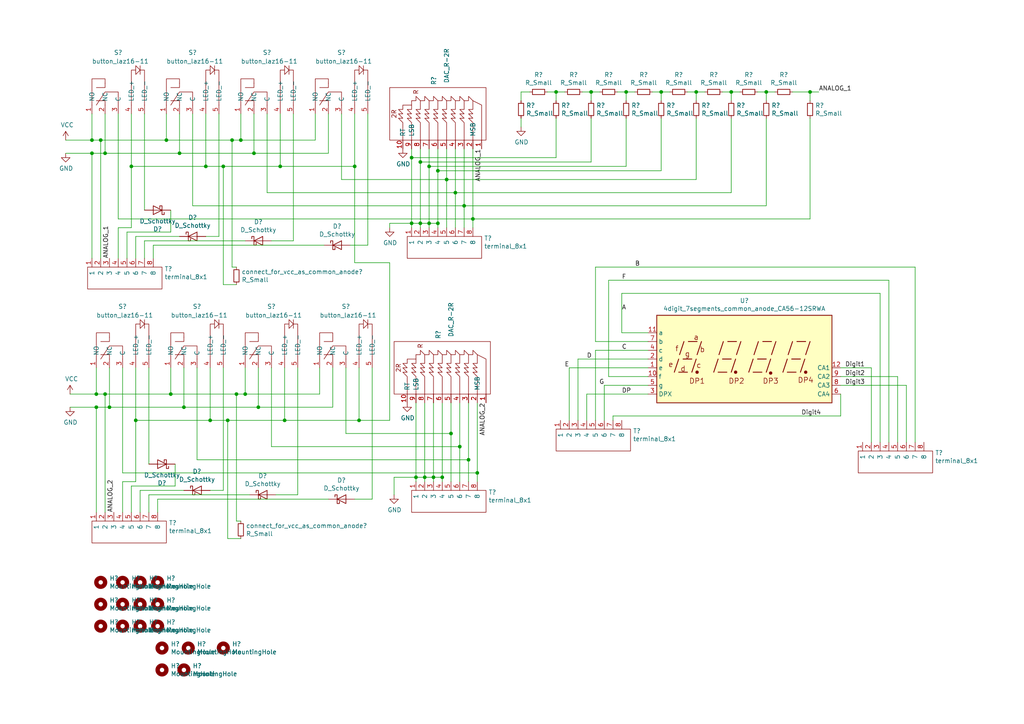
<source format=kicad_sch>
(kicad_sch (version 20211123) (generator eeschema)
  (paper "A4")
  (lib_symbols
    (symbol "Luciebox_components:4digit_7segments_common_anode_CA56-12SRWA"
      (property "Reference" "U" (at -24.13 13.97 0))
      (property "Value" "4digit_7segments_common_anode_CA56-12SRWA" (at 17.78 13.97 0))
      (symbol "4digit_7segments_common_anode_CA56-12SRWA_0_0"
        (rectangle (start -25.4 12.7) (end 25.4 -12.7) (stroke (width 0.254)) (fill (type background)))
        (polyline (pts (xy -20.32 -3.81) (xy -19.05 0)) (stroke (width 0.254)))
        (polyline (pts (xy -19.05 -3.81) (xy -16.51 -3.81)) (stroke (width 0.254)))
        (polyline (pts (xy -18.796 1.27) (xy -17.526 5.08)) (stroke (width 0.254)))
        (polyline (pts (xy -17.78 0) (xy -15.24 0)) (stroke (width 0.254)))
        (polyline (pts (xy -16.256 5.08) (xy -13.716 5.08)) (stroke (width 0.254)))
        (polyline (pts (xy -15.24 -3.81) (xy -13.97 0)) (stroke (width 0.254)))
        (polyline (pts (xy -13.716 1.27) (xy -12.446 5.08)) (stroke (width 0.254)))
        (polyline (pts (xy -8.89 -3.81) (xy -7.62 0)) (stroke (width 0.254)))
        (polyline (pts (xy -7.62 -3.81) (xy -5.08 -3.81)) (stroke (width 0.254)))
        (polyline (pts (xy -7.366 1.27) (xy -6.096 5.08)) (stroke (width 0.254)))
        (polyline (pts (xy -6.35 0) (xy -3.81 0)) (stroke (width 0.254)))
        (polyline (pts (xy -4.826 5.08) (xy -2.286 5.08)) (stroke (width 0.254)))
        (polyline (pts (xy -3.81 -3.81) (xy -2.54 0)) (stroke (width 0.254)))
        (polyline (pts (xy -2.286 1.27) (xy -1.016 5.08)) (stroke (width 0.254)))
        (polyline (pts (xy 1.27 -3.81) (xy 2.54 0)) (stroke (width 0.254)))
        (polyline (pts (xy 2.54 -3.81) (xy 5.08 -3.81)) (stroke (width 0.254)))
        (polyline (pts (xy 2.794 1.27) (xy 4.064 5.08)) (stroke (width 0.254)))
        (polyline (pts (xy 3.81 0) (xy 6.35 0)) (stroke (width 0.254)))
        (polyline (pts (xy 5.334 5.08) (xy 7.874 5.08)) (stroke (width 0.254)))
        (polyline (pts (xy 6.35 -3.81) (xy 7.62 0)) (stroke (width 0.254)))
        (polyline (pts (xy 7.874 1.27) (xy 9.144 5.08)) (stroke (width 0.254)))
        (polyline (pts (xy 11.176 -3.81) (xy 12.446 0)) (stroke (width 0.254)))
        (polyline (pts (xy 12.446 -3.81) (xy 14.986 -3.81)) (stroke (width 0.254)))
        (polyline (pts (xy 12.7 1.27) (xy 13.97 5.08)) (stroke (width 0.254)))
        (polyline (pts (xy 13.716 0) (xy 16.256 0)) (stroke (width 0.254)))
        (polyline (pts (xy 15.24 5.08) (xy 17.78 5.08)) (stroke (width 0.254)))
        (polyline (pts (xy 16.256 -3.81) (xy 17.526 0)) (stroke (width 0.254)))
        (polyline (pts (xy 17.78 1.27) (xy 19.05 5.08)) (stroke (width 0.254)))
        (text "a" (at -13.97 6.35 0) (effects (font (size 1.524 1.524))))
        (text "b" (at -12.192 2.794 0) (effects (font (size 1.524 1.524))))
        (text "c" (at -13.208 -1.778 0) (effects (font (size 1.524 1.524))))
        (text "d" (at -17.78 -2.794 0) (effects (font (size 1.524 1.524))))
        (text "DP1" (at -13.716 -6.35 0) (effects (font (size 1.524 1.524))))
        (text "DP2" (at -2.286 -6.35 0) (effects (font (size 1.524 1.524))))
        (text "DP3" (at 7.62 -6.35 0) (effects (font (size 1.524 1.524))))
        (text "DP4" (at 17.78 -6.096 0) (effects (font (size 1.524 1.524))))
        (text "e" (at -21.336 -1.524 0) (effects (font (size 1.524 1.524))))
        (text "f" (at -19.558 3.048 0) (effects (font (size 1.524 1.524))))
        (text "g" (at -16.51 1.524 0) (effects (font (size 1.524 1.524))))
      )
      (symbol "4digit_7segments_common_anode_CA56-12SRWA_0_1"
        (circle (center -13.716 -3.81) (radius 0.3556) (stroke (width 0.254)) (fill (type outline)))
        (circle (center -2.54 -3.81) (radius 0.3556) (stroke (width 0.254)) (fill (type outline)))
      )
      (symbol "4digit_7segments_common_anode_CA56-12SRWA_1_0"
        (circle (center 7.62 -4.064) (radius 0.3556) (stroke (width 0.254)) (fill (type outline)))
        (circle (center 17.78 -3.81) (radius 0.3556) (stroke (width 0.254)) (fill (type outline)))
      )
      (symbol "4digit_7segments_common_anode_CA56-12SRWA_1_1"
        (pin input line (at -27.94 -2.54 0) (length 2.54) (name "e") (number "1"))
        (pin input line (at -27.94 -5.08 0) (length 2.54) (name "f") (number "10"))
        (pin input line (at -27.94 7.62 0) (length 2.54) (name "a") (number "11"))
        (pin input line (at 27.94 -2.54 180) (length 2.54) (name "CA1") (number "12"))
        (pin input line (at -27.94 0 0) (length 2.54) (name "d") (number "2"))
        (pin input line (at -27.94 -10.16 0) (length 2.54) (name "DPX") (number "3"))
        (pin input line (at -27.94 2.54 0) (length 2.54) (name "c") (number "4"))
        (pin input line (at -27.94 -7.62 0) (length 2.54) (name "g") (number "5"))
        (pin input line (at 27.94 -10.16 180) (length 2.54) (name "CA4") (number "6"))
        (pin input line (at -27.94 5.08 0) (length 2.54) (name "b") (number "7"))
        (pin input line (at 27.94 -7.62 180) (length 2.54) (name "CA3") (number "8"))
        (pin input line (at 27.94 -5.08 180) (length 2.54) (name "CA2") (number "9"))
      )
    )
    (symbol "Luciebox_components:DAC_R-2R" (pin_names (offset 1.016))
      (property "Reference" "R" (at 0 -5.08 0))
      (property "Value" "DAC_R-2R" (at 0 -2.54 0))
      (symbol "DAC_R-2R_0_0"
        (polyline (pts (xy 13.97 20.32) (xy 12.7 20.32)))
        (polyline (pts (xy 13.97 2.54) (xy 12.7 0) (xy 2.54 0)))
        (polyline (pts (xy 13.97 17.78) (xy 15.24 19.05) (xy 13.97 19.05) (xy 13.97 20.32)))
        (polyline (pts (xy 2.54 17.78) (xy 7.62 17.78) (xy 8.89 19.05) (xy 8.89 17.78) (xy 10.16 19.05) (xy 10.16 17.78) (xy 11.43 19.05) (xy 11.43 17.78) (xy 13.97 17.78)))
        (polyline (pts (xy 2.54 22.86) (xy 7.62 22.86) (xy 8.89 24.13) (xy 8.89 22.86) (xy 10.16 24.13) (xy 10.16 22.86) (xy 11.43 24.13) (xy 11.43 22.86) (xy 12.7 22.86) (xy 12.7 20.32) (xy 11.43 20.32) (xy 11.43 21.59) (xy 10.16 20.32) (xy 10.16 21.59) (xy 8.89 20.32) (xy 8.89 21.59) (xy 7.62 20.32) (xy 2.54 20.32)))
        (rectangle (start 2.54 26.67) (end 17.78 -1.27))
        (text "2R" (at 10.16 25.4 0) (effects (font (size 1.27 1.27))))
        (text "R" (at 16.51 19.05 0) (effects (font (size 1.27 1.27))))
        (pin output line (at 0 0 0) (length 2.54) (name "~") (number "1"))
        (pin input line (at 0 22.86 0) (length 2.54) (name "RT") (number "10"))
        (pin input line (at 0 2.54 0) (length 2.54) (name "MSB") (number "2"))
        (pin input line (at 0 5.08 0) (length 2.54) (name "~") (number "3"))
        (pin input line (at 0 7.62 0) (length 2.54) (name "~") (number "4"))
        (pin input line (at 0 10.16 0) (length 2.54) (name "~") (number "5"))
        (pin input line (at 0 12.7 0) (length 2.54) (name "~") (number "6"))
        (pin input line (at 0 15.24 0) (length 2.54) (name "~") (number "7"))
        (pin input line (at 0 17.78 0) (length 2.54) (name "~") (number "8"))
        (pin input line (at 0 20.32 0) (length 2.54) (name "LSB") (number "9"))
      )
      (symbol "DAC_R-2R_1_1"
        (polyline (pts (xy 13.97 2.54) (xy 15.24 3.81) (xy 13.97 3.81) (xy 13.97 5.08)))
        (polyline (pts (xy 13.97 5.08) (xy 15.24 6.35) (xy 13.97 6.35) (xy 13.97 7.62)))
        (polyline (pts (xy 13.97 7.62) (xy 15.24 8.89) (xy 13.97 8.89) (xy 13.97 10.16)))
        (polyline (pts (xy 13.97 10.16) (xy 15.24 11.43) (xy 13.97 11.43) (xy 13.97 12.7)))
        (polyline (pts (xy 13.97 12.7) (xy 15.24 13.97) (xy 13.97 13.97) (xy 13.97 15.24)))
        (polyline (pts (xy 13.97 15.24) (xy 15.24 16.51) (xy 13.97 16.51) (xy 13.97 17.78)))
        (polyline (pts (xy 2.54 2.54) (xy 7.62 2.54) (xy 8.89 3.81) (xy 8.89 2.54) (xy 10.16 3.81) (xy 10.16 2.54) (xy 11.43 3.81) (xy 11.43 2.54) (xy 13.97 2.54)))
        (polyline (pts (xy 2.54 5.08) (xy 7.62 5.08) (xy 8.89 6.35) (xy 8.89 5.08) (xy 10.16 6.35) (xy 10.16 5.08) (xy 11.43 6.35) (xy 11.43 5.08) (xy 13.97 5.08)))
        (polyline (pts (xy 2.54 7.62) (xy 7.62 7.62) (xy 8.89 8.89) (xy 8.89 7.62) (xy 10.16 8.89) (xy 10.16 7.62) (xy 11.43 8.89) (xy 11.43 7.62) (xy 13.97 7.62)))
        (polyline (pts (xy 2.54 10.16) (xy 7.62 10.16) (xy 8.89 11.43) (xy 8.89 10.16) (xy 10.16 11.43) (xy 10.16 10.16) (xy 11.43 11.43) (xy 11.43 10.16) (xy 13.97 10.16)))
        (polyline (pts (xy 2.54 12.7) (xy 7.62 12.7) (xy 8.89 13.97) (xy 8.89 12.7) (xy 10.16 13.97) (xy 10.16 12.7) (xy 11.43 13.97) (xy 11.43 12.7) (xy 13.97 12.7)))
        (polyline (pts (xy 2.54 15.24) (xy 7.62 15.24) (xy 8.89 16.51) (xy 8.89 15.24) (xy 10.16 16.51) (xy 10.16 15.24) (xy 11.43 16.51) (xy 11.43 15.24) (xy 13.97 15.24)))
      )
    )
    (symbol "Luciebox_components:D_Schottky" (pin_numbers hide) (pin_names (offset 1.016) hide)
      (property "Reference" "D" (at 0 2.54 0))
      (property "Value" "D_Schottky" (at 0 -2.54 0))
      (symbol "D_Schottky_0_1"
        (polyline (pts (xy 1.27 0) (xy -1.27 0)))
        (polyline (pts (xy 1.27 1.27) (xy 1.27 -1.27) (xy -1.27 0) (xy 1.27 1.27)) (stroke (width 0.2032)))
        (polyline (pts (xy -1.905 0.635) (xy -1.905 1.27) (xy -1.27 1.27) (xy -1.27 -1.27) (xy -0.635 -1.27) (xy -0.635 -0.635)) (stroke (width 0.2032)))
      )
      (symbol "D_Schottky_1_1"
        (pin passive line (at -3.81 0 0) (length 2.54) (name "K") (number "1"))
        (pin passive line (at 3.81 0 180) (length 2.54) (name "A") (number "2"))
      )
    )
    (symbol "Luciebox_components:MountingHole" (pin_names (offset 1.016))
      (property "Reference" "H" (at 0 5.08 0))
      (property "Value" "MountingHole" (at 0 3.175 0))
      (symbol "MountingHole_0_1"
        (circle (center 0 0) (radius 1.27) (stroke (width 1.27)))
      )
    )
    (symbol "Luciebox_components:R_Small" (pin_numbers hide) (pin_names (offset 0.254) hide)
      (property "Reference" "R" (at 0.762 0.508 0))
      (property "Value" "R_Small" (at 0.762 -1.016 0))
      (symbol "R_Small_0_1"
        (rectangle (start -0.762 1.778) (end 0.762 -1.778) (stroke (width 0.2032)))
      )
      (symbol "R_Small_1_1"
        (pin passive line (at 0 2.54 270) (length 0.762) (name "~") (number "1"))
        (pin passive line (at 0 -2.54 90) (length 0.762) (name "~") (number "2"))
      )
    )
    (symbol "Luciebox_components:button_laz16-11" (pin_names (offset 1.016))
      (property "Reference" "S" (at -1.27 6.35 0))
      (property "Value" "button_laz16-11" (at -1.27 6.35 0))
      (symbol "button_laz16-11_0_1"
        (polyline (pts (xy 6.35 -17.78) (xy 8.89 -17.78)))
        (polyline (pts (xy 3.81 -7.62) (xy 2.54 -7.62) (xy 2.54 -5.08)))
        (polyline (pts (xy -2.54 -11.43) (xy 1.27 -11.43) (xy 1.27 -7.62) (xy -2.54 -5.08)))
        (polyline (pts (xy -2.54 -3.81) (xy 5.08 -3.81) (xy 5.08 -7.62) (xy 3.81 -7.62)))
        (polyline (pts (xy -1.27 -5.08) (xy -1.27 -7.62) (xy -2.54 -7.62) (xy -1.27 -7.62)))
        (polyline (pts (xy 7.62 -17.78) (xy 7.62 -19.05) (xy -2.54 -19.05) (xy 2.54 -19.05)))
        (polyline (pts (xy -2.54 -15.24) (xy 7.62 -15.24) (xy 7.62 -16.51) (xy 6.35 -16.51) (xy 7.62 -17.78) (xy 8.89 -16.51) (xy 7.62 -16.51)))
      )
      (symbol "button_laz16-11_1_1"
        (pin input line (at -5.08 -3.81 0) (length 2.54) (name "NO") (number "1"))
        (pin input line (at -5.08 -7.62 0) (length 2.54) (name "NC") (number "2"))
        (pin input line (at -5.08 -11.43 0) (length 2.54) (name "C") (number "3"))
        (pin input line (at -5.08 -15.24 0) (length 2.54) (name "LED_+") (number "4"))
        (pin input line (at -5.08 -19.05 0) (length 2.54) (name "LED_-") (number "5"))
      )
    )
    (symbol "Luciebox_components:terminal_8x1" (pin_names (offset 1.016))
      (property "Reference" "T" (at -1.27 27.94 0))
      (property "Value" "terminal_8x1" (at 2.54 -5.08 0))
      (symbol "terminal_8x1_0_0"
        (pin input line (at -1.27 0 0) (length 2.54) (name "1") (number "1"))
        (pin input line (at -1.27 2.54 0) (length 2.54) (name "2") (number "2"))
        (pin input line (at -1.27 5.08 0) (length 2.54) (name "3") (number "3"))
        (pin input line (at -1.27 7.62 0) (length 2.54) (name "4") (number "4"))
        (pin input line (at -1.27 10.16 0) (length 2.54) (name "5") (number "5"))
        (pin input line (at -1.27 12.7 0) (length 2.54) (name "6") (number "6"))
        (pin input line (at -1.27 15.24 0) (length 2.54) (name "7") (number "7"))
        (pin input line (at -1.27 17.78 0) (length 2.54) (name "8") (number "8"))
      )
      (symbol "terminal_8x1_0_1"
        (rectangle (start 1.27 20.32) (end 7.62 -1.27))
      )
    )
    (symbol "power:GND" (power) (pin_names (offset 0))
      (property "Value" "GND" (at 0 -3.81 0))
      (symbol "GND_0_1"
        (polyline (pts (xy 0 0) (xy 0 -1.27) (xy 1.27 -1.27) (xy 0 -2.54) (xy -1.27 -1.27) (xy 0 -1.27)))
      )
      (symbol "GND_1_1"
        (pin power_in line (at 0 0 270) (length 0) hide (name "GND") (number "1"))
      )
    )
    (symbol "power:VCC" (power) (pin_names (offset 0))
      (property "Value" "VCC" (at 0 3.81 0))
      (symbol "VCC_0_1"
        (polyline (pts (xy -0.762 1.27) (xy 0 2.54)))
        (polyline (pts (xy 0 0) (xy 0 2.54)))
        (polyline (pts (xy 0 2.54) (xy 0.762 1.27)))
      )
      (symbol "VCC_1_1"
        (pin power_in line (at 0 0 90) (length 0) hide (name "VCC") (number "1"))
      )
    )
  )
  (junction (at 124.46 48.26))
  (junction (at 128.27 138.43))
  (junction (at 119.38 64.77))
  (junction (at 121.92 64.77))
  (junction (at 201.93 26.67))
  (junction (at 82.55 121.92))
  (junction (at 171.45 26.67))
  (junction (at 133.35 129.54))
  (junction (at 31.75 118.11))
  (junction (at 66.04 121.92))
  (junction (at 127 64.77))
  (junction (at 73.66 44.45))
  (junction (at 129.54 52.07))
  (junction (at 48.26 40.64))
  (junction (at 27.94 114.3))
  (junction (at 137.16 63.5))
  (junction (at 234.95 26.67))
  (junction (at 130.81 125.73))
  (junction (at 138.43 137.16))
  (junction (at 39.37 121.92))
  (junction (at 30.48 114.3))
  (junction (at 123.19 138.43))
  (junction (at 26.67 44.45))
  (junction (at 134.62 59.69))
  (junction (at 127 49.53))
  (junction (at 119.38 45.72))
  (junction (at 27.94 118.11))
  (junction (at 60.96 121.92))
  (junction (at 132.08 55.88))
  (junction (at 68.58 114.3))
  (junction (at 30.48 44.45))
  (junction (at 191.77 26.67))
  (junction (at 38.1 48.26))
  (junction (at 67.31 40.64))
  (junction (at 52.07 44.45))
  (junction (at 212.09 26.67))
  (junction (at 26.67 40.64))
  (junction (at 69.85 40.64))
  (junction (at 135.89 133.35))
  (junction (at 81.28 48.26))
  (junction (at 53.34 118.11))
  (junction (at 161.29 26.67))
  (junction (at 120.65 138.43))
  (junction (at 29.21 40.64))
  (junction (at 74.93 118.11))
  (junction (at 181.61 26.67))
  (junction (at 49.53 114.3))
  (junction (at 102.87 48.26))
  (junction (at 124.46 64.77))
  (junction (at 71.12 114.3))
  (junction (at 59.69 48.26))
  (junction (at 222.25 26.67))
  (junction (at 104.14 121.92))
  (junction (at 121.92 46.99))
  (junction (at 125.73 138.43))
  (junction (at 64.77 48.26))
  (wire (pts (xy 114.3 143.51) (xy 114.3 138.43)))
  (wire (pts (xy 67.31 40.64) (xy 67.31 77.47)))
  (wire (pts (xy 53.34 118.11) (xy 74.93 118.11)))
  (wire (pts (xy 78.74 129.54) (xy 78.74 106.68)))
  (wire (pts (xy 39.37 121.92) (xy 39.37 139.7)))
  (wire (pts (xy 132.08 55.88) (xy 77.47 55.88)))
  (wire (pts (xy 95.25 44.45) (xy 95.25 33.02)))
  (wire (pts (xy 57.15 133.35) (xy 135.89 133.35)))
  (wire (pts (xy 91.44 40.64) (xy 91.44 33.02)))
  (wire (pts (xy 30.48 33.02) (xy 30.48 44.45)))
  (wire (pts (xy 102.87 76.2) (xy 113.03 76.2)))
  (wire (pts (xy 133.35 116.84) (xy 133.35 129.54)))
  (wire (pts (xy 52.07 44.45) (xy 73.66 44.45)))
  (wire (pts (xy 27.94 118.11) (xy 20.32 118.11)))
  (wire (pts (xy 121.92 46.99) (xy 121.92 64.77)))
  (wire (pts (xy 43.18 148.59) (xy 43.18 143.51)))
  (wire (pts (xy 212.09 26.67) (xy 212.09 29.21)))
  (wire (pts (xy 60.96 121.92) (xy 66.04 121.92)))
  (wire (pts (xy 191.77 34.29) (xy 191.77 49.53)))
  (wire (pts (xy 224.79 26.67) (xy 222.25 26.67)))
  (wire (pts (xy 135.89 133.35) (xy 135.89 116.84)))
  (wire (pts (xy 130.81 125.73) (xy 130.81 116.84)))
  (wire (pts (xy 128.27 138.43) (xy 128.27 139.7)))
  (wire (pts (xy 63.5 33.02) (xy 63.5 68.58)))
  (wire (pts (xy 222.25 26.67) (xy 222.25 29.21)))
  (wire (pts (xy 53.34 142.24) (xy 40.64 142.24)))
  (wire (pts (xy 172.72 77.47) (xy 172.72 99.06)))
  (wire (pts (xy 96.52 118.11) (xy 96.52 106.68)))
  (wire (pts (xy 64.77 106.68) (xy 64.77 142.24)))
  (wire (pts (xy 135.89 133.35) (xy 135.89 139.7)))
  (wire (pts (xy 113.03 121.92) (xy 104.14 121.92)))
  (wire (pts (xy 121.92 64.77) (xy 124.46 64.77)))
  (wire (pts (xy 138.43 137.16) (xy 35.56 137.16)))
  (wire (pts (xy 125.73 116.84) (xy 125.73 138.43)))
  (wire (pts (xy 137.16 43.18) (xy 137.16 63.5)))
  (wire (pts (xy 262.89 111.76) (xy 243.84 111.76)))
  (wire (pts (xy 119.38 66.04) (xy 119.38 64.77)))
  (wire (pts (xy 129.54 66.04) (xy 129.54 52.07)))
  (wire (pts (xy 124.46 66.04) (xy 124.46 64.77)))
  (wire (pts (xy 101.6 71.12) (xy 106.68 71.12)))
  (wire (pts (xy 163.83 26.67) (xy 161.29 26.67)))
  (wire (pts (xy 177.8 120.65) (xy 177.8 121.92)))
  (wire (pts (xy 119.38 45.72) (xy 161.29 45.72)))
  (wire (pts (xy 172.72 99.06) (xy 187.96 99.06)))
  (wire (pts (xy 59.69 48.26) (xy 59.69 33.02)))
  (wire (pts (xy 104.14 121.92) (xy 104.14 106.68)))
  (wire (pts (xy 107.95 144.78) (xy 107.95 106.68)))
  (wire (pts (xy 82.55 121.92) (xy 104.14 121.92)))
  (wire (pts (xy 50.8 134.62) (xy 50.8 140.97)))
  (wire (pts (xy 100.33 106.68) (xy 100.33 125.73)))
  (wire (pts (xy 48.26 40.64) (xy 48.26 33.02)))
  (wire (pts (xy 78.74 69.85) (xy 85.09 69.85)))
  (wire (pts (xy 214.63 26.67) (xy 212.09 26.67)))
  (wire (pts (xy 181.61 26.67) (xy 181.61 29.21)))
  (wire (pts (xy 127 49.53) (xy 127 64.77)))
  (wire (pts (xy 53.34 118.11) (xy 53.34 106.68)))
  (wire (pts (xy 181.61 34.29) (xy 181.61 48.26)))
  (wire (pts (xy 124.46 48.26) (xy 181.61 48.26)))
  (wire (pts (xy 29.21 40.64) (xy 48.26 40.64)))
  (wire (pts (xy 102.87 48.26) (xy 102.87 33.02)))
  (wire (pts (xy 38.1 148.59) (xy 38.1 140.97)))
  (wire (pts (xy 66.04 121.92) (xy 82.55 121.92)))
  (wire (pts (xy 81.28 48.26) (xy 102.87 48.26)))
  (wire (pts (xy 64.77 48.26) (xy 81.28 48.26)))
  (wire (pts (xy 102.87 144.78) (xy 107.95 144.78)))
  (wire (pts (xy 119.38 64.77) (xy 119.38 45.72)))
  (wire (pts (xy 257.81 128.27) (xy 257.81 81.28)))
  (wire (pts (xy 171.45 34.29) (xy 171.45 46.99)))
  (wire (pts (xy 41.91 60.96) (xy 41.91 33.02)))
  (wire (pts (xy 74.93 118.11) (xy 74.93 106.68)))
  (wire (pts (xy 113.03 76.2) (xy 113.03 121.92)))
  (wire (pts (xy 113.03 64.77) (xy 119.38 64.77)))
  (wire (pts (xy 114.3 138.43) (xy 120.65 138.43)))
  (wire (pts (xy 187.96 114.3) (xy 170.18 114.3)))
  (wire (pts (xy 255.27 128.27) (xy 255.27 85.09)))
  (wire (pts (xy 151.13 34.29) (xy 151.13 36.83)))
  (wire (pts (xy 86.36 143.51) (xy 86.36 106.68)))
  (wire (pts (xy 99.06 33.02) (xy 99.06 52.07)))
  (wire (pts (xy 134.62 59.69) (xy 222.25 59.69)))
  (wire (pts (xy 64.77 82.55) (xy 64.77 48.26)))
  (wire (pts (xy 27.94 114.3) (xy 30.48 114.3)))
  (wire (pts (xy 68.58 82.55) (xy 64.77 82.55)))
  (wire (pts (xy 176.53 81.28) (xy 176.53 109.22)))
  (wire (pts (xy 27.94 114.3) (xy 20.32 114.3)))
  (wire (pts (xy 80.01 143.51) (xy 86.36 143.51)))
  (wire (pts (xy 132.08 55.88) (xy 132.08 66.04)))
  (wire (pts (xy 138.43 116.84) (xy 138.43 137.16)))
  (wire (pts (xy 260.35 109.22) (xy 243.84 109.22)))
  (wire (pts (xy 237.49 26.67) (xy 234.95 26.67)))
  (wire (pts (xy 194.31 26.67) (xy 191.77 26.67)))
  (wire (pts (xy 212.09 34.29) (xy 212.09 55.88)))
  (wire (pts (xy 66.04 156.21) (xy 66.04 121.92)))
  (wire (pts (xy 260.35 128.27) (xy 260.35 109.22)))
  (wire (pts (xy 57.15 106.68) (xy 57.15 133.35)))
  (wire (pts (xy 265.43 128.27) (xy 265.43 77.47)))
  (wire (pts (xy 41.91 74.93) (xy 41.91 69.85)))
  (wire (pts (xy 158.75 26.67) (xy 161.29 26.67)))
  (wire (pts (xy 68.58 151.13) (xy 69.85 151.13)))
  (wire (pts (xy 82.55 121.92) (xy 82.55 106.68)))
  (wire (pts (xy 123.19 116.84) (xy 123.19 138.43)))
  (wire (pts (xy 123.19 138.43) (xy 120.65 138.43)))
  (wire (pts (xy 173.99 26.67) (xy 171.45 26.67)))
  (wire (pts (xy 123.19 138.43) (xy 123.19 139.7)))
  (wire (pts (xy 124.46 64.77) (xy 127 64.77)))
  (wire (pts (xy 71.12 114.3) (xy 71.12 106.68)))
  (wire (pts (xy 127 43.18) (xy 127 49.53)))
  (wire (pts (xy 92.71 114.3) (xy 92.71 106.68)))
  (wire (pts (xy 67.31 77.47) (xy 68.58 77.47)))
  (wire (pts (xy 120.65 116.84) (xy 120.65 138.43)))
  (wire (pts (xy 133.35 129.54) (xy 78.74 129.54)))
  (wire (pts (xy 127 64.77) (xy 127 66.04)))
  (wire (pts (xy 132.08 43.18) (xy 132.08 55.88)))
  (wire (pts (xy 113.03 66.04) (xy 113.03 64.77)))
  (wire (pts (xy 161.29 34.29) (xy 161.29 45.72)))
  (wire (pts (xy 27.94 148.59) (xy 27.94 118.11)))
  (wire (pts (xy 73.66 44.45) (xy 73.66 33.02)))
  (wire (pts (xy 209.55 26.67) (xy 212.09 26.67)))
  (wire (pts (xy 30.48 44.45) (xy 52.07 44.45)))
  (wire (pts (xy 100.33 125.73) (xy 130.81 125.73)))
  (wire (pts (xy 69.85 156.21) (xy 66.04 156.21)))
  (wire (pts (xy 252.73 106.68) (xy 252.73 128.27)))
  (wire (pts (xy 167.64 104.14) (xy 167.64 121.92)))
  (wire (pts (xy 189.23 26.67) (xy 191.77 26.67)))
  (wire (pts (xy 26.67 33.02) (xy 26.67 40.64)))
  (wire (pts (xy 129.54 52.07) (xy 129.54 43.18)))
  (wire (pts (xy 55.88 33.02) (xy 55.88 59.69)))
  (wire (pts (xy 171.45 26.67) (xy 171.45 29.21)))
  (wire (pts (xy 265.43 77.47) (xy 172.72 77.47)))
  (wire (pts (xy 38.1 48.26) (xy 59.69 48.26)))
  (wire (pts (xy 123.19 138.43) (xy 125.73 138.43)))
  (wire (pts (xy 85.09 69.85) (xy 85.09 33.02)))
  (wire (pts (xy 191.77 26.67) (xy 191.77 29.21)))
  (wire (pts (xy 26.67 74.93) (xy 26.67 44.45)))
  (wire (pts (xy 255.27 85.09) (xy 180.34 85.09)))
  (wire (pts (xy 168.91 26.67) (xy 171.45 26.67)))
  (wire (pts (xy 257.81 81.28) (xy 176.53 81.28)))
  (wire (pts (xy 137.16 63.5) (xy 34.29 63.5)))
  (wire (pts (xy 74.93 118.11) (xy 96.52 118.11)))
  (wire (pts (xy 63.5 68.58) (xy 59.69 68.58)))
  (wire (pts (xy 43.18 134.62) (xy 43.18 106.68)))
  (wire (pts (xy 99.06 52.07) (xy 129.54 52.07)))
  (wire (pts (xy 81.28 48.26) (xy 81.28 33.02)))
  (wire (pts (xy 176.53 109.22) (xy 187.96 109.22)))
  (wire (pts (xy 64.77 142.24) (xy 60.96 142.24)))
  (wire (pts (xy 170.18 114.3) (xy 170.18 121.92)))
  (wire (pts (xy 204.47 26.67) (xy 201.93 26.67)))
  (wire (pts (xy 137.16 63.5) (xy 137.16 66.04)))
  (wire (pts (xy 77.47 55.88) (xy 77.47 33.02)))
  (wire (pts (xy 124.46 64.77) (xy 124.46 48.26)))
  (wire (pts (xy 39.37 121.92) (xy 60.96 121.92)))
  (wire (pts (xy 27.94 106.68) (xy 27.94 114.3)))
  (wire (pts (xy 68.58 114.3) (xy 71.12 114.3)))
  (wire (pts (xy 187.96 104.14) (xy 167.64 104.14)))
  (wire (pts (xy 26.67 40.64) (xy 29.21 40.64)))
  (wire (pts (xy 124.46 48.26) (xy 124.46 43.18)))
  (wire (pts (xy 125.73 138.43) (xy 128.27 138.43)))
  (wire (pts (xy 179.07 26.67) (xy 181.61 26.67)))
  (wire (pts (xy 134.62 59.69) (xy 134.62 66.04)))
  (wire (pts (xy 93.98 71.12) (xy 44.45 71.12)))
  (wire (pts (xy 187.96 111.76) (xy 175.26 111.76)))
  (wire (pts (xy 161.29 26.67) (xy 161.29 29.21)))
  (wire (pts (xy 36.83 74.93) (xy 36.83 67.31)))
  (wire (pts (xy 153.67 26.67) (xy 151.13 26.67)))
  (wire (pts (xy 121.92 64.77) (xy 121.92 66.04)))
  (wire (pts (xy 41.91 69.85) (xy 71.12 69.85)))
  (wire (pts (xy 30.48 44.45) (xy 26.67 44.45)))
  (wire (pts (xy 48.26 40.64) (xy 67.31 40.64)))
  (wire (pts (xy 95.25 144.78) (xy 45.72 144.78)))
  (wire (pts (xy 121.92 46.99) (xy 171.45 46.99)))
  (wire (pts (xy 137.16 63.5) (xy 234.95 63.5)))
  (wire (pts (xy 234.95 26.67) (xy 234.95 29.21)))
  (wire (pts (xy 222.25 34.29) (xy 222.25 59.69)))
  (wire (pts (xy 31.75 106.68) (xy 31.75 118.11)))
  (wire (pts (xy 130.81 139.7) (xy 130.81 125.73)))
  (wire (pts (xy 243.84 114.3) (xy 243.84 120.65)))
  (wire (pts (xy 68.58 114.3) (xy 68.58 151.13)))
  (wire (pts (xy 43.18 143.51) (xy 72.39 143.51)))
  (wire (pts (xy 187.96 106.68) (xy 165.1 106.68)))
  (wire (pts (xy 180.34 85.09) (xy 180.34 96.52)))
  (wire (pts (xy 59.69 48.26) (xy 64.77 48.26)))
  (wire (pts (xy 151.13 26.67) (xy 151.13 29.21)))
  (wire (pts (xy 132.08 55.88) (xy 212.09 55.88)))
  (wire (pts (xy 55.88 59.69) (xy 134.62 59.69)))
  (wire (pts (xy 165.1 106.68) (xy 165.1 121.92)))
  (wire (pts (xy 201.93 34.29) (xy 201.93 52.07)))
  (wire (pts (xy 234.95 34.29) (xy 234.95 63.5)))
  (wire (pts (xy 52.07 68.58) (xy 39.37 68.58)))
  (wire (pts (xy 34.29 66.04) (xy 34.29 74.93)))
  (wire (pts (xy 31.75 118.11) (xy 53.34 118.11)))
  (wire (pts (xy 138.43 137.16) (xy 138.43 139.7)))
  (wire (pts (xy 34.29 33.02) (xy 34.29 63.5)))
  (wire (pts (xy 30.48 114.3) (xy 30.48 148.59)))
  (wire (pts (xy 45.72 148.59) (xy 45.72 144.78)))
  (wire (pts (xy 49.53 114.3) (xy 68.58 114.3)))
  (wire (pts (xy 127 49.53) (xy 191.77 49.53)))
  (wire (pts (xy 175.26 111.76) (xy 175.26 121.92)))
  (wire (pts (xy 262.89 128.27) (xy 262.89 111.76)))
  (wire (pts (xy 39.37 68.58) (xy 39.37 74.93)))
  (wire (pts (xy 199.39 26.67) (xy 201.93 26.67)))
  (wire (pts (xy 120.65 138.43) (xy 120.65 139.7)))
  (wire (pts (xy 52.07 44.45) (xy 52.07 33.02)))
  (wire (pts (xy 187.96 101.6) (xy 172.72 101.6)))
  (wire (pts (xy 69.85 40.64) (xy 91.44 40.64)))
  (wire (pts (xy 39.37 139.7) (xy 35.56 139.7)))
  (wire (pts (xy 133.35 129.54) (xy 133.35 139.7)))
  (wire (pts (xy 125.73 138.43) (xy 125.73 139.7)))
  (wire (pts (xy 35.56 139.7) (xy 35.56 148.59)))
  (wire (pts (xy 134.62 59.69) (xy 134.62 43.18)))
  (wire (pts (xy 39.37 106.68) (xy 39.37 121.92)))
  (wire (pts (xy 106.68 71.12) (xy 106.68 33.02)))
  (wire (pts (xy 102.87 48.26) (xy 102.87 76.2)))
  (wire (pts (xy 30.48 114.3) (xy 49.53 114.3)))
  (wire (pts (xy 35.56 106.68) (xy 35.56 137.16)))
  (wire (pts (xy 73.66 44.45) (xy 95.25 44.45)))
  (wire (pts (xy 184.15 26.67) (xy 181.61 26.67)))
  (wire (pts (xy 49.53 67.31) (xy 36.83 67.31)))
  (wire (pts (xy 38.1 66.04) (xy 34.29 66.04)))
  (wire (pts (xy 38.1 48.26) (xy 38.1 66.04)))
  (wire (pts (xy 119.38 45.72) (xy 119.38 43.18)))
  (wire (pts (xy 44.45 74.93) (xy 44.45 71.12)))
  (wire (pts (xy 172.72 101.6) (xy 172.72 121.92)))
  (wire (pts (xy 67.31 40.64) (xy 69.85 40.64)))
  (wire (pts (xy 243.84 106.68) (xy 252.73 106.68)))
  (wire (pts (xy 243.84 120.65) (xy 177.8 120.65)))
  (wire (pts (xy 29.21 40.64) (xy 29.21 74.93)))
  (wire (pts (xy 26.67 44.45) (xy 19.05 44.45)))
  (wire (pts (xy 129.54 52.07) (xy 201.93 52.07)))
  (wire (pts (xy 121.92 43.18) (xy 121.92 46.99)))
  (wire (pts (xy 71.12 114.3) (xy 92.71 114.3)))
  (wire (pts (xy 26.67 40.64) (xy 19.05 40.64)))
  (wire (pts (xy 69.85 40.64) (xy 69.85 33.02)))
  (wire (pts (xy 180.34 96.52) (xy 187.96 96.52)))
  (wire (pts (xy 219.71 26.67) (xy 222.25 26.67)))
  (wire (pts (xy 49.53 114.3) (xy 49.53 106.68)))
  (wire (pts (xy 40.64 142.24) (xy 40.64 148.59)))
  (wire (pts (xy 229.87 26.67) (xy 234.95 26.67)))
  (wire (pts (xy 38.1 33.02) (xy 38.1 48.26)))
  (wire (pts (xy 49.53 60.96) (xy 49.53 67.31)))
  (wire (pts (xy 60.96 121.92) (xy 60.96 106.68)))
  (wire (pts (xy 31.75 118.11) (xy 27.94 118.11)))
  (wire (pts (xy 128.27 116.84) (xy 128.27 138.43)))
  (wire (pts (xy 50.8 140.97) (xy 38.1 140.97)))
  (wire (pts (xy 119.38 64.77) (xy 121.92 64.77)))
  (wire (pts (xy 201.93 26.67) (xy 201.93 29.21)))
  (label "ANALOG_1" (at 139.7 43.18 270))
  (label "A" (at 180.34 90.17 0))
  (label "Digit3" (at 245.11 111.76 0))
  (label "E" (at 165.1 106.68 180))
  (label "Digit1" (at 245.11 106.68 0))
  (label "ANALOG_1" (at 237.49 26.67 0))
  (label "DP" (at 180.34 114.3 0))
  (label "F" (at 180.34 81.28 0))
  (label "B" (at 184.15 77.47 0))
  (label "Digit2" (at 245.11 109.22 0))
  (label "D" (at 170.18 104.14 0))
  (label "Digit4" (at 232.41 120.65 0))
  (label "G" (at 175.26 111.76 180))
  (label "C" (at 180.34 101.6 0))
  (label "ANALOG_2" (at 33.02 148.59 90))
  (label "ANALOG_1" (at 31.75 74.93 90))
  (label "ANALOG_2" (at 140.97 116.84 270))
  (symbol (lib_id "Luciebox_components:MountingHole") (at 45.72 175.26 0) (unit 1)
    (property "Reference" "H?" (at 48.26 174.0916 0) (effects (justify left)))
    (property "Value" "MountingHole" (at 48.26 176.403 0) (effects (justify left)))
    (property "Footprint" "Luciebox:MountingHole_4.3mm_M4" (effects hide))
  )
  (symbol (lib_id "Luciebox_components:button_laz16-11") (at 45.72 101.6 90) (unit 1)
    (property "Reference" "S?" (at 55.88 88.9 90) (effects (justify right)))
    (property "Value" "button_laz16-11" (at 49.53 91.44 90) (effects (justify right)))
    (property "Footprint" "Luciebox:button_LAZ16-11" (effects hide))
  )
  (symbol (lib_id "power:GND") (at 118.11 116.84 0) (unit 1)
    (property "Reference" "#PWR?" (effects hide))
    (property "Value" "GND" (at 118.237 121.2342 0))
  )
  (symbol (lib_id "Luciebox_components:R_Small") (at 217.17 26.67 270) (unit 1)
    (property "Reference" "R?" (at 217.17 21.6916 90))
    (property "Value" "R_Small" (at 217.17 24.003 90))
    (property "Footprint" "Luciebox:1206_0805" (effects hide))
  )
  (symbol (lib_id "Luciebox_components:R_Small") (at 151.13 31.75 0) (unit 1)
    (property "Reference" "R?" (at 152.6286 30.5816 0) (effects (justify left)))
    (property "Value" "R_Small" (at 152.6286 32.893 0) (effects (justify left)))
    (property "Footprint" "Luciebox:1206_0805" (effects hide))
  )
  (symbol (lib_id "Luciebox_components:terminal_8x1") (at 27.94 149.86 270) (unit 1)
    (property "Reference" "T?" (at 48.9712 151.6634 90) (effects (justify left)))
    (property "Value" "terminal_8x1" (at 48.9712 153.9748 90) (effects (justify left)))
    (property "Footprint" "Luciebox:Terminal_8x1_100mil" (effects hide))
  )
  (symbol (lib_id "Luciebox_components:R_Small") (at 68.58 80.01 0) (unit 1)
    (property "Reference" "connect_for_vcc_as_common_anode?" (at 70.0786 78.8416 0) (effects (justify left)))
    (property "Value" "R_Small" (at 70.0786 81.153 0) (effects (justify left)))
    (property "Footprint" "Luciebox:1206_0805" (effects hide))
  )
  (symbol (lib_id "Luciebox_components:MountingHole") (at 29.21 168.91 0) (unit 1)
    (property "Reference" "H?" (at 31.75 167.7416 0) (effects (justify left)))
    (property "Value" "MountingHole" (at 31.75 170.053 0) (effects (justify left)))
    (property "Footprint" "Luciebox:MountingHole_4.3mm_M4" (effects hide))
  )
  (symbol (lib_id "Luciebox_components:R_Small") (at 161.29 31.75 0) (unit 1)
    (property "Reference" "R?" (at 162.7886 30.5816 0) (effects (justify left)))
    (property "Value" "R_Small" (at 162.7886 32.893 0) (effects (justify left)))
    (property "Footprint" "Luciebox:1206_0805" (effects hide))
  )
  (symbol (lib_id "Luciebox_components:R_Small") (at 156.21 26.67 270) (unit 1)
    (property "Reference" "R?" (at 156.21 21.6916 90))
    (property "Value" "R_Small" (at 156.21 24.003 90))
    (property "Footprint" "Luciebox:1206_0805" (effects hide))
  )
  (symbol (lib_id "Luciebox_components:terminal_8x1") (at 120.65 140.97 270) (unit 1)
    (property "Reference" "T?" (at 141.6812 142.7734 90) (effects (justify left)))
    (property "Value" "terminal_8x1" (at 141.6812 145.0848 90) (effects (justify left)))
    (property "Footprint" "Luciebox:Terminal_8x1_100mil" (effects hide))
  )
  (symbol (lib_id "Luciebox_components:button_laz16-11") (at 87.63 27.94 90) (unit 1)
    (property "Reference" "S?" (at 97.79 15.24 90) (effects (justify right)))
    (property "Value" "button_laz16-11" (at 91.44 17.78 90) (effects (justify right)))
    (property "Footprint" "Luciebox:button_LAZ16-11" (effects hide))
  )
  (symbol (lib_id "Luciebox_components:D_Schottky") (at 74.93 69.85 0) (unit 1)
    (property "Reference" "D?" (at 74.93 64.3636 0))
    (property "Value" "D_Schottky" (at 74.93 66.675 0))
    (property "Footprint" "Luciebox:smd_throughhole_2_pins" (effects hide))
  )
  (symbol (lib_id "Luciebox_components:D_Schottky") (at 46.99 134.62 180) (unit 1)
    (property "Reference" "D?" (at 46.99 140.1064 0))
    (property "Value" "D_Schottky" (at 46.99 137.795 0))
    (property "Footprint" "Luciebox:smd_throughhole_2_pins" (effects hide))
  )
  (symbol (lib_id "Luciebox_components:4digit_7segments_common_anode_CA56-12SRWA") (at 215.9 104.14 0) (unit 1)
    (property "Reference" "U?" (at 215.9 87.1982 0))
    (property "Value" "4digit_7segments_common_anode_CA56-12SRWA" (at 215.9 89.5096 0))
    (property "Footprint" "Display_7Segment:CA56-12SRWA" (effects hide))
    (property "Datasheet" "http://www.kingbrightusa.com/images/catalog/SPEC/CA56-12SRWA.pdf" (effects hide))
  )
  (symbol (lib_id "power:GND") (at 116.84 43.18 0) (unit 1)
    (property "Reference" "#PWR?" (effects hide))
    (property "Value" "GND" (at 116.967 47.5742 0))
  )
  (symbol (lib_id "Luciebox_components:R_Small") (at 222.25 31.75 0) (unit 1)
    (property "Reference" "R?" (at 223.7486 30.5816 0) (effects (justify left)))
    (property "Value" "R_Small" (at 223.7486 32.893 0) (effects (justify left)))
    (property "Footprint" "Luciebox:1206_0805" (effects hide))
  )
  (symbol (lib_id "Luciebox_components:R_Small") (at 196.85 26.67 270) (unit 1)
    (property "Reference" "R?" (at 196.85 21.6916 90))
    (property "Value" "R_Small" (at 196.85 24.003 90))
    (property "Footprint" "Luciebox:1206_0805" (effects hide))
  )
  (symbol (lib_id "Luciebox_components:R_Small") (at 166.37 26.67 270) (unit 1)
    (property "Reference" "R?" (at 166.37 21.6916 90))
    (property "Value" "R_Small" (at 166.37 24.003 90))
    (property "Footprint" "Luciebox:1206_0805" (effects hide))
  )
  (symbol (lib_id "Luciebox_components:terminal_8x1") (at 119.38 67.31 270) (unit 1)
    (property "Reference" "T?" (at 140.4112 69.1134 90) (effects (justify left)))
    (property "Value" "terminal_8x1" (at 140.4112 71.4248 90) (effects (justify left)))
    (property "Footprint" "Luciebox:Terminal_8x1_100mil" (effects hide))
  )
  (symbol (lib_id "Luciebox_components:R_Small") (at 171.45 31.75 0) (unit 1)
    (property "Reference" "R?" (at 172.9486 30.5816 0) (effects (justify left)))
    (property "Value" "R_Small" (at 172.9486 32.893 0) (effects (justify left)))
    (property "Footprint" "Luciebox:1206_0805" (effects hide))
  )
  (symbol (lib_id "Luciebox_components:MountingHole") (at 29.21 175.26 0) (unit 1)
    (property "Reference" "H?" (at 31.75 174.0916 0) (effects (justify left)))
    (property "Value" "MountingHole" (at 31.75 176.403 0) (effects (justify left)))
    (property "Footprint" "Luciebox:MountingHole_4.3mm_M4" (effects hide))
  )
  (symbol (lib_id "Luciebox_components:MountingHole") (at 35.56 181.61 0) (unit 1)
    (property "Reference" "H?" (at 38.1 180.4416 0) (effects (justify left)))
    (property "Value" "MountingHole" (at 38.1 182.753 0) (effects (justify left)))
    (property "Footprint" "Luciebox:MountingHole_4.3mm_M4" (effects hide))
  )
  (symbol (lib_id "Luciebox_components:terminal_8x1") (at 250.19 129.54 270) (unit 1)
    (property "Reference" "T?" (at 271.2212 131.3434 90) (effects (justify left)))
    (property "Value" "terminal_8x1" (at 271.2212 133.6548 90) (effects (justify left)))
    (property "Footprint" "Luciebox:Terminal_8x1_100mil" (effects hide))
  )
  (symbol (lib_id "Luciebox_components:R_Small") (at 176.53 26.67 270) (unit 1)
    (property "Reference" "R?" (at 176.53 21.6916 90))
    (property "Value" "R_Small" (at 176.53 24.003 90))
    (property "Footprint" "Luciebox:1206_0805" (effects hide))
  )
  (symbol (lib_id "Luciebox_components:button_laz16-11") (at 66.04 27.94 90) (unit 1)
    (property "Reference" "S?" (at 76.2 15.24 90) (effects (justify right)))
    (property "Value" "button_laz16-11" (at 69.85 17.78 90) (effects (justify right)))
    (property "Footprint" "Luciebox:button_LAZ16-11" (effects hide))
  )
  (symbol (lib_id "Luciebox_components:D_Schottky") (at 97.79 71.12 0) (unit 1)
    (property "Reference" "D?" (at 97.79 65.6336 0))
    (property "Value" "D_Schottky" (at 97.79 67.945 0))
    (property "Footprint" "Luciebox:smd_throughhole_2_pins" (effects hide))
  )
  (symbol (lib_id "Luciebox_components:terminal_8x1") (at 26.67 76.2 270) (unit 1)
    (property "Reference" "T?" (at 47.7012 78.0034 90) (effects (justify left)))
    (property "Value" "terminal_8x1" (at 47.7012 80.3148 90) (effects (justify left)))
    (property "Footprint" "Luciebox:Terminal_8x1_100mil" (effects hide))
  )
  (symbol (lib_id "Luciebox_components:R_Small") (at 227.33 26.67 270) (unit 1)
    (property "Reference" "R?" (at 227.33 21.6916 90))
    (property "Value" "R_Small" (at 227.33 24.003 90))
    (property "Footprint" "Luciebox:1206_0805" (effects hide))
  )
  (symbol (lib_id "Luciebox_components:button_laz16-11") (at 24.13 101.6 90) (unit 1)
    (property "Reference" "S?" (at 34.29 88.9 90) (effects (justify right)))
    (property "Value" "button_laz16-11" (at 27.94 91.44 90) (effects (justify right)))
    (property "Footprint" "Luciebox:button_LAZ16-11" (effects hide))
  )
  (symbol (lib_id "Luciebox_components:MountingHole") (at 40.64 175.26 0) (unit 1)
    (property "Reference" "H?" (at 43.18 174.0916 0) (effects (justify left)))
    (property "Value" "MountingHole" (at 43.18 176.403 0) (effects (justify left)))
    (property "Footprint" "Luciebox:MountingHole_4.3mm_M4" (effects hide))
  )
  (symbol (lib_id "power:GND") (at 19.05 44.45 0) (unit 1)
    (property "Reference" "#PWR?" (effects hide))
    (property "Value" "GND" (at 19.177 48.8442 0))
  )
  (symbol (lib_id "Luciebox_components:D_Schottky") (at 99.06 144.78 0) (unit 1)
    (property "Reference" "D?" (at 99.06 139.2936 0))
    (property "Value" "D_Schottky" (at 99.06 141.605 0))
    (property "Footprint" "Luciebox:smd_throughhole_2_pins" (effects hide))
  )
  (symbol (lib_id "Luciebox_components:MountingHole") (at 64.77 187.96 0) (unit 1)
    (property "Reference" "H?" (at 67.31 186.7916 0) (effects (justify left)))
    (property "Value" "MountingHole" (at 67.31 189.103 0) (effects (justify left)))
    (property "Footprint" "Luciebox:MountingHole_4.3mm_M4" (effects hide))
  )
  (symbol (lib_id "Luciebox_components:MountingHole") (at 35.56 168.91 0) (unit 1)
    (property "Reference" "H?" (at 38.1 167.7416 0) (effects (justify left)))
    (property "Value" "MountingHole" (at 38.1 170.053 0) (effects (justify left)))
    (property "Footprint" "Luciebox:MountingHole_4.3mm_M4" (effects hide))
  )
  (symbol (lib_id "Luciebox_components:button_laz16-11") (at 22.86 27.94 90) (unit 1)
    (property "Reference" "S?" (at 33.02 15.24 90) (effects (justify right)))
    (property "Value" "button_laz16-11" (at 26.67 17.78 90) (effects (justify right)))
    (property "Footprint" "Luciebox:button_LAZ16-11" (effects hide))
  )
  (symbol (lib_id "Luciebox_components:MountingHole") (at 54.61 187.96 0) (unit 1)
    (property "Reference" "H?" (at 57.15 186.7916 0) (effects (justify left)))
    (property "Value" "MountingHole" (at 57.15 189.103 0) (effects (justify left)))
    (property "Footprint" "Luciebox:MountingHole_4.3mm_M4" (effects hide))
  )
  (symbol (lib_id "Luciebox_components:terminal_8x1") (at 162.56 123.19 270) (unit 1)
    (property "Reference" "T?" (at 183.5912 124.9934 90) (effects (justify left)))
    (property "Value" "terminal_8x1" (at 183.5912 127.3048 90) (effects (justify left)))
    (property "Footprint" "Luciebox:Terminal_8x1_100mil" (effects hide))
  )
  (symbol (lib_id "Luciebox_components:D_Schottky") (at 45.72 60.96 180) (unit 1)
    (property "Reference" "D?" (at 45.72 66.4464 0))
    (property "Value" "D_Schottky" (at 45.72 64.135 0))
    (property "Footprint" "Luciebox:smd_throughhole_2_pins" (effects hide))
  )
  (symbol (lib_id "Luciebox_components:button_laz16-11") (at 88.9 101.6 90) (unit 1)
    (property "Reference" "S?" (at 99.06 88.9 90) (effects (justify right)))
    (property "Value" "button_laz16-11" (at 92.71 91.44 90) (effects (justify right)))
    (property "Footprint" "Luciebox:button_LAZ16-11" (effects hide))
  )
  (symbol (lib_id "Luciebox_components:R_Small") (at 234.95 31.75 0) (unit 1)
    (property "Reference" "R?" (at 236.4486 30.5816 0) (effects (justify left)))
    (property "Value" "R_Small" (at 236.4486 32.893 0) (effects (justify left)))
    (property "Footprint" "Luciebox:1206_0805" (effects hide))
  )
  (symbol (lib_id "Luciebox_components:D_Schottky") (at 76.2 143.51 0) (unit 1)
    (property "Reference" "D?" (at 76.2 138.0236 0))
    (property "Value" "D_Schottky" (at 76.2 140.335 0))
    (property "Footprint" "Luciebox:smd_throughhole_2_pins" (effects hide))
  )
  (symbol (lib_id "Luciebox_components:D_Schottky") (at 55.88 68.58 0) (unit 1)
    (property "Reference" "D?" (at 55.88 63.0936 0))
    (property "Value" "D_Schottky" (at 55.88 65.405 0))
    (property "Footprint" "Luciebox:smd_throughhole_2_pins" (effects hide))
  )
  (symbol (lib_id "Luciebox_components:button_laz16-11") (at 67.31 101.6 90) (unit 1)
    (property "Reference" "S?" (at 77.47 88.9 90) (effects (justify right)))
    (property "Value" "button_laz16-11" (at 71.12 91.44 90) (effects (justify right)))
    (property "Footprint" "Luciebox:button_LAZ16-11" (effects hide))
  )
  (symbol (lib_id "Luciebox_components:R_Small") (at 207.01 26.67 270) (unit 1)
    (property "Reference" "R?" (at 207.01 21.6916 90))
    (property "Value" "R_Small" (at 207.01 24.003 90))
    (property "Footprint" "Luciebox:1206_0805" (effects hide))
  )
  (symbol (lib_id "Luciebox_components:MountingHole") (at 46.99 187.96 0) (unit 1)
    (property "Reference" "H?" (at 49.53 186.7916 0) (effects (justify left)))
    (property "Value" "MountingHole" (at 49.53 189.103 0) (effects (justify left)))
    (property "Footprint" "Luciebox:MountingHole_4.3mm_M4" (effects hide))
  )
  (symbol (lib_id "power:VCC") (at 20.32 114.3 0) (unit 1)
    (property "Reference" "#PWR?" (effects hide))
    (property "Value" "VCC" (at 20.7518 109.9058 0))
  )
  (symbol (lib_id "Luciebox_components:button_laz16-11") (at 44.45 27.94 90) (unit 1)
    (property "Reference" "S?" (at 54.61 15.24 90) (effects (justify right)))
    (property "Value" "button_laz16-11" (at 48.26 17.78 90) (effects (justify right)))
    (property "Footprint" "Luciebox:button_LAZ16-11" (effects hide))
  )
  (symbol (lib_id "Luciebox_components:MountingHole") (at 40.64 168.91 0) (unit 1)
    (property "Reference" "H?" (at 43.18 167.7416 0) (effects (justify left)))
    (property "Value" "MountingHole" (at 43.18 170.053 0) (effects (justify left)))
    (property "Footprint" "Luciebox:MountingHole_4.3mm_M4" (effects hide))
  )
  (symbol (lib_id "power:GND") (at 151.13 36.83 0) (unit 1)
    (property "Reference" "#PWR?" (effects hide))
    (property "Value" "GND" (at 151.257 41.2242 0))
  )
  (symbol (lib_id "Luciebox_components:MountingHole") (at 40.64 181.61 0) (unit 1)
    (property "Reference" "H?" (at 43.18 180.4416 0) (effects (justify left)))
    (property "Value" "MountingHole" (at 43.18 182.753 0) (effects (justify left)))
    (property "Footprint" "Luciebox:MountingHole_4.3mm_M4" (effects hide))
  )
  (symbol (lib_id "power:GND") (at 113.03 66.04 0) (unit 1)
    (property "Reference" "#PWR?" (effects hide))
    (property "Value" "GND" (at 113.157 70.4342 0))
  )
  (symbol (lib_id "Luciebox_components:MountingHole") (at 35.56 175.26 0) (unit 1)
    (property "Reference" "H?" (at 38.1 174.0916 0) (effects (justify left)))
    (property "Value" "MountingHole" (at 38.1 176.403 0) (effects (justify left)))
    (property "Footprint" "Luciebox:MountingHole_4.3mm_M4" (effects hide))
  )
  (symbol (lib_id "Luciebox_components:R_Small") (at 212.09 31.75 0) (unit 1)
    (property "Reference" "R?" (at 213.5886 30.5816 0) (effects (justify left)))
    (property "Value" "R_Small" (at 213.5886 32.893 0) (effects (justify left)))
    (property "Footprint" "Luciebox:1206_0805" (effects hide))
  )
  (symbol (lib_id "Luciebox_components:MountingHole") (at 29.21 181.61 0) (unit 1)
    (property "Reference" "H?" (at 31.75 180.4416 0) (effects (justify left)))
    (property "Value" "MountingHole" (at 31.75 182.753 0) (effects (justify left)))
    (property "Footprint" "Luciebox:MountingHole_4.3mm_M4" (effects hide))
  )
  (symbol (lib_id "Luciebox_components:D_Schottky") (at 57.15 142.24 0) (unit 1)
    (property "Reference" "D?" (at 57.15 136.7536 0))
    (property "Value" "D_Schottky" (at 57.15 139.065 0))
    (property "Footprint" "Luciebox:smd_throughhole_2_pins" (effects hide))
  )
  (symbol (lib_id "Luciebox_components:MountingHole") (at 45.72 181.61 0) (unit 1)
    (property "Reference" "H?" (at 48.26 180.4416 0) (effects (justify left)))
    (property "Value" "MountingHole" (at 48.26 182.753 0) (effects (justify left)))
    (property "Footprint" "Luciebox:MountingHole_4.3mm_M4" (effects hide))
  )
  (symbol (lib_id "Luciebox_components:DAC_R-2R") (at 140.97 116.84 90) (unit 1)
    (property "Reference" "R?" (at 127.1016 98.3488 0) (effects (justify left)))
    (property "Value" "DAC_R-2R" (at 130.81 97.79 0) (effects (justify left)))
    (property "Footprint" "Luciebox:SIP-10" (effects hide))
    (property "Datasheet" "https://www.bourns.com/docs/Product-Datasheets/R2R.pdf" (effects hide))
  )
  (symbol (lib_id "Luciebox_components:MountingHole") (at 53.34 194.31 0) (unit 1)
    (property "Reference" "H?" (at 55.88 193.1416 0) (effects (justify left)))
    (property "Value" "MountingHole" (at 55.88 195.453 0) (effects (justify left)))
    (property "Footprint" "Luciebox:MountingHole_4.3mm_M4" (effects hide))
  )
  (symbol (lib_id "Luciebox_components:R_Small") (at 186.69 26.67 270) (unit 1)
    (property "Reference" "R?" (at 186.69 21.6916 90))
    (property "Value" "R_Small" (at 186.69 24.003 90))
    (property "Footprint" "Luciebox:1206_0805" (effects hide))
  )
  (symbol (lib_id "Luciebox_components:MountingHole") (at 46.99 194.31 0) (unit 1)
    (property "Reference" "H?" (at 49.53 193.1416 0) (effects (justify left)))
    (property "Value" "MountingHole" (at 49.53 195.453 0) (effects (justify left)))
    (property "Footprint" "Luciebox:MountingHole_4.3mm_M4" (effects hide))
  )
  (symbol (lib_id "Luciebox_components:MountingHole") (at 45.72 168.91 0) (unit 1)
    (property "Reference" "H?" (at 48.26 167.7416 0) (effects (justify left)))
    (property "Value" "MountingHole" (at 48.26 170.053 0) (effects (justify left)))
    (property "Footprint" "Luciebox:MountingHole_4.3mm_M4" (effects hide))
  )
  (symbol (lib_id "power:GND") (at 20.32 118.11 0) (unit 1)
    (property "Reference" "#PWR?" (effects hide))
    (property "Value" "GND" (at 20.447 122.5042 0))
  )
  (symbol (lib_id "Luciebox_components:R_Small") (at 69.85 153.67 0) (unit 1)
    (property "Reference" "connect_for_vcc_as_common_anode?" (at 71.3486 152.5016 0) (effects (justify left)))
    (property "Value" "R_Small" (at 71.3486 154.813 0) (effects (justify left)))
    (property "Footprint" "Luciebox:1206_0805" (effects hide))
  )
  (symbol (lib_id "Luciebox_components:DAC_R-2R") (at 139.7 43.18 90) (unit 1)
    (property "Reference" "R?" (at 125.8316 24.6888 0) (effects (justify left)))
    (property "Value" "DAC_R-2R" (at 129.54 24.13 0) (effects (justify left)))
    (property "Footprint" "Luciebox:SIP-10" (effects hide))
    (property "Datasheet" "https://www.bourns.com/docs/Product-Datasheets/R2R.pdf" (effects hide))
  )
  (symbol (lib_id "power:VCC") (at 19.05 40.64 0) (unit 1)
    (property "Reference" "#PWR?" (effects hide))
    (property "Value" "VCC" (at 19.4818 36.2458 0))
  )
  (symbol (lib_id "Luciebox_components:R_Small") (at 201.93 31.75 0) (unit 1)
    (property "Reference" "R?" (at 203.4286 30.5816 0) (effects (justify left)))
    (property "Value" "R_Small" (at 203.4286 32.893 0) (effects (justify left)))
    (property "Footprint" "Luciebox:1206_0805" (effects hide))
  )
  (symbol (lib_id "power:GND") (at 114.3 143.51 0) (unit 1)
    (property "Reference" "#PWR?" (effects hide))
    (property "Value" "GND" (at 114.427 147.9042 0))
  )
  (symbol (lib_id "Luciebox_components:R_Small") (at 191.77 31.75 0) (unit 1)
    (property "Reference" "R?" (at 193.2686 30.5816 0) (effects (justify left)))
    (property "Value" "R_Small" (at 193.2686 32.893 0) (effects (justify left)))
    (property "Footprint" "Luciebox:1206_0805" (effects hide))
  )
  (symbol (lib_id "Luciebox_components:R_Small") (at 181.61 31.75 0) (unit 1)
    (property "Reference" "R?" (at 183.1086 30.5816 0) (effects (justify left)))
    (property "Value" "R_Small" (at 183.1086 32.893 0) (effects (justify left)))
    (property "Footprint" "Luciebox:1206_0805" (effects hide))
  )
)
</source>
